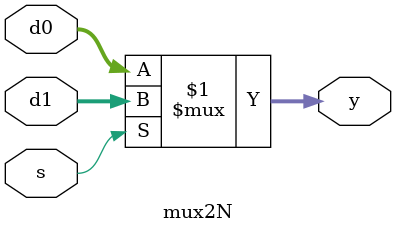
<source format=sv>
module mux2N
    #(parameter width = 8)
    (input	logic  [width-1:0] d0, d1,
     input	logic  			  s,
     output	logic  [width-1:0] y);
    
    assign y = s ? d1 : d0;
endmodule

</source>
